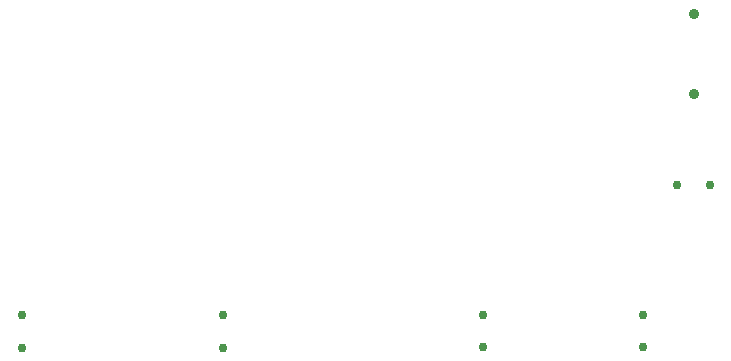
<source format=gbr>
%TF.GenerationSoftware,KiCad,Pcbnew,9.0.0*%
%TF.CreationDate,2025-07-02T08:41:32-07:00*%
%TF.ProjectId,bubby2,62756262-7932-42e6-9b69-6361645f7063,rev?*%
%TF.SameCoordinates,Original*%
%TF.FileFunction,Soldermask,Bot*%
%TF.FilePolarity,Negative*%
%FSLAX46Y46*%
G04 Gerber Fmt 4.6, Leading zero omitted, Abs format (unit mm)*
G04 Created by KiCad (PCBNEW 9.0.0) date 2025-07-02 08:41:32*
%MOMM*%
%LPD*%
G01*
G04 APERTURE LIST*
%ADD10C,0.750000*%
%ADD11C,0.900000*%
G04 APERTURE END LIST*
D10*
%TO.C,SW2*%
X209475000Y-128475000D03*
X209475000Y-125725000D03*
%TD*%
%TO.C,SW4*%
X250675000Y-114675000D03*
X247925000Y-114675000D03*
%TD*%
D11*
%TO.C,SW6*%
X249350000Y-100200000D03*
X249350000Y-107000000D03*
%TD*%
D10*
%TO.C,SW0*%
X245000000Y-128425000D03*
X245000000Y-125675000D03*
%TD*%
%TO.C,SW3*%
X192450000Y-128475000D03*
X192450000Y-125725000D03*
%TD*%
%TO.C,SW1*%
X231500000Y-128425000D03*
X231500000Y-125675000D03*
%TD*%
M02*

</source>
